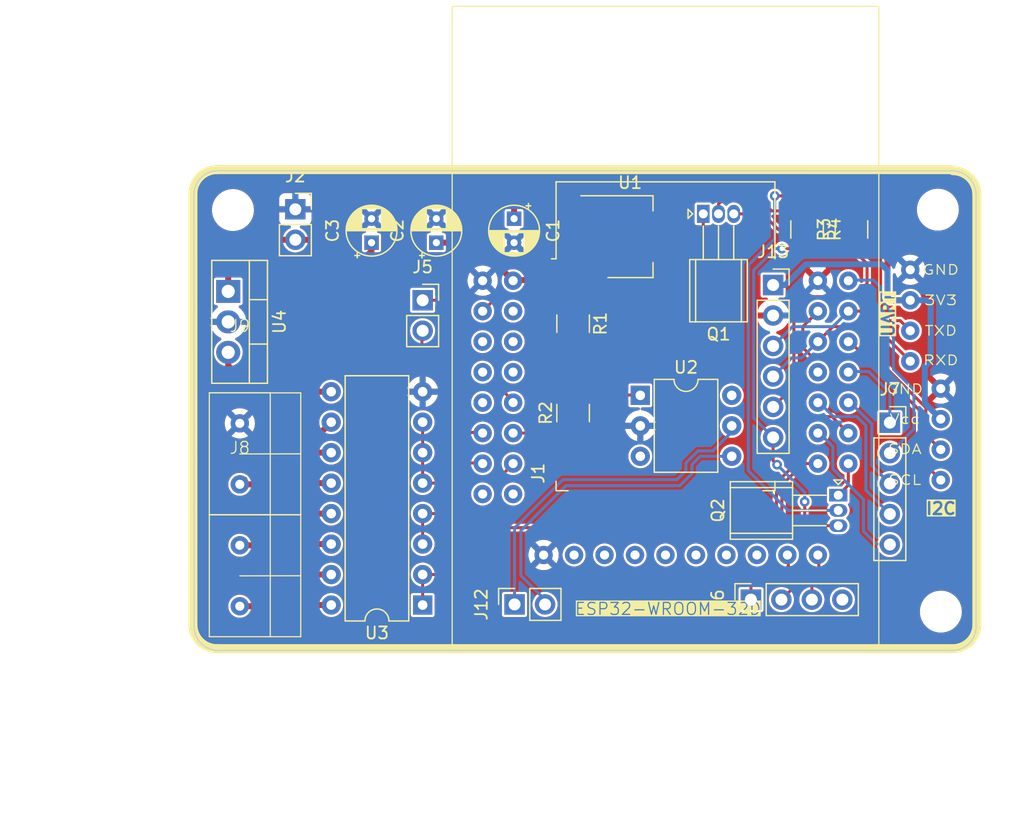
<source format=kicad_pcb>
(kicad_pcb (version 20240108) (generator "pcbnew") (generator_version "8.0")
  (layers (0 "F.Cu" signal) (31 "B.Cu" signal) (34 "B.Paste" user) (35 "F.Paste" user) (36 "B.SilkS" user "B.Silkscreen") (37 "F.SilkS" user "F.Silkscreen") (38 "B.Mask" user) (39 "F.Mask" user) (44 "Edge.Cuts" user))
  (net 0 "")
  (net 1 "GND")
  (net 2 "+3V3")
  (net 3 "+5V")
  (net 4 "/RXD")
  (net 5 "/TXD")
  (net 6 "/SDA")
  (net 7 "/OUT2")
  (net 8 "/OUT3")
  (net 9 "/SCL")
  (net 10 "/OUT1")
  (net 11 "/EN")
  (net 12 "/SOURCE2")
  (net 13 "/SOURCE1")
  (net 14 "/SOURCE3")
  (net 15 "/VDC")
  (net 16 "/DAC1")
  (net 17 "/DAC2")
  (net 18 "/GPIO35")
  (net 19 "/GPIO13")
  (net 20 "/GPIO19")
  (net 21 "/GPIO17")
  (net 22 "/GPIO5")
  (net 23 "/GPIO18")
  (net 24 "/GPIO36")
  (net 25 "/ADC2_CH3")
  (net 26 "/GPIO32")
  (net 27 "/GPIO34")
  (net 28 "/SD_DATA1")
  (net 29 "/SD_DATA2")
  (net 30 "/SD_CLK")
  (net 31 "/SD_CMD")
  (net 32 "/SD_DATA3")
  (net 33 "/ADC2_CH0")
  (net 34 "/GPIO23")
  (net 35 "/GPIO33")
  (net 36 "/SD_DATA0")
  (net 37 "/GPIO27")
  (net 38 "/ADC2_CH2")
  (net 39 "/BOOT")
  (net 42 "/V1-")
  (net 43 "Net-(R2-Pad2)")
  (net 44 "/V1+")
  (net 46 "/GPIO39")
  (net 47 "/DTR")
  (net 48 "/RTS")
  (net 49 "Net-(Q1-B)")
  (net 50 "Net-(Q2-B)")
  (footprint "Capacitor_THT:CP_Radial_D4.0mm_P2.00mm" (layer "F.Cu") (at 100.2 46 90)
    (property "Reference" "C2" (at 1 -3.25 270) (layer "F.SilkS"))
    (property "Value" "1uF")
    (pad "1" thru_hole rect (at 0 0 90) (size 1.2 1.2) (drill 0.6) (layers "*.Cu" "*.Mask") (net 2 "+3V3"))
    (pad "2" thru_hole circle (at 2 0 90) (size 1.2 1.2) (drill 0.6) (layers "*.Cu" "*.Mask") (net 1 "GND"))
  )
  (footprint "Package_TO_SOT_THT:TO-92_Inline_W4.0mm_Horizontal_FlatSideDown" (layer "F.Cu") (at 122.4475 43.6)
    (property "Reference" "Q1" (at 1.27 10.033 0) (layer "F.SilkS"))
    (property "Value" "NPN")
    (pad "1" thru_hole rect (at 0 0) (size 1.05 1.5) (drill 0.75) (layers "*.Cu" "*.Mask") (net 11 "/EN"))
    (pad "2" thru_hole oval (at 1.27 0) (size 1.05 1.5) (drill 0.75) (layers "*.Cu" "*.Mask") (net 49 "Net-(Q1-B)"))
    (pad "3" thru_hole oval (at 2.54 0) (size 1.05 1.5) (drill 0.75) (layers "*.Cu" "*.Mask") (net 48 "/RTS"))
  )
  (footprint "Package_TO_SOT_THT:TO-92_Inline_W4.0mm_Horizontal_FlatSideDown" (layer "F.Cu") (at 133.7 67.0475 -90)
    (property "Reference" "Q2" (at 1.27 10.033 90) (layer "F.SilkS"))
    (property "Value" "NPN")
    (pad "1" thru_hole rect (at 0 0 270) (size 1.05 1.5) (drill 0.75) (layers "*.Cu" "*.Mask") (net 39 "/BOOT"))
    (pad "2" thru_hole oval (at 1.27 0 270) (size 1.05 1.5) (drill 0.75) (layers "*.Cu" "*.Mask") (net 50 "Net-(Q2-B)"))
    (pad "3" thru_hole oval (at 2.54 0 270) (size 1.05 1.5) (drill 0.75) (layers "*.Cu" "*.Mask") (net 47 "/DTR"))
  )
  (footprint "Alexander Footprints Library:ESP32-WROOM-Adapter-Socket-2" (layer "F.Cu") (at 119.3 56.79)
    (property "Reference" "J1" (at -10.61 8.43 90) (layer "F.SilkS"))
    (property "Value" "~")
    (fp_text user "ESP32-WROOM-32D" (at -7.62 20.32 0) (layer "F.SilkS" knockout) (effects (font (thickness 0.1)) (justify left bottom)))
    (pad "" thru_hole circle (at -15.24 10.16) (size 1.524 1.524) (drill 0.762) (layers "*.Cu" "*.Mask"))
    (pad "" thru_hole circle (at -12.7 10.16) (size 1.524 1.524) (drill 0.762) (layers "*.Cu" "*.Mask"))
    (pad "1" thru_hole circle (at -15.24 -7.62) (size 1.524 1.524) (drill 0.762) (layers "*.Cu" "*.Mask") (net 1 "GND"))
    (pad "2" thru_hole circle (at -12.7 -7.62) (size 1.524 1.524) (drill 0.762) (layers "*.Cu" "*.Mask") (net 2 "+3V3"))
    (pad "3" thru_hole circle (at -15.24 -5.08) (size 1.524 1.524) (drill 0.762) (layers "*.Cu" "*.Mask") (net 11 "/EN"))
    (pad "4" thru_hole circle (at -12.7 -5.08) (size 1.524 1.524) (drill 0.762) (layers "*.Cu" "*.Mask") (net 24 "/GPIO36"))
    (pad "5" thru_hole circle (at -15.24 -2.54) (size 1.524 1.524) (drill 0.762) (layers "*.Cu" "*.Mask") (net 46 "/GPIO39"))
    (pad "6" thru_hole circle (at -12.7 -2.54) (size 1.524 1.524) (drill 0.762) (layers "*.Cu" "*.Mask") (net 27 "/GPIO34"))
    (pad "7" thru_hole circle (at -15.24 0) (size 1.524 1.524) (drill 0.762) (layers "*.Cu" "*.Mask") (net 18 "/GPIO35"))
    (pad "8" thru_hole circle (at -12.7 0) (size 1.524 1.524) (drill 0.762) (layers "*.Cu" "*.Mask") (net 26 "/GPIO32"))
    (pad "9" thru_hole circle (at -15.24 2.54) (size 1.524 1.524) (drill 0.762) (layers "*.Cu" "*.Mask") (net 35 "/GPIO33"))
    (pad "10" thru_hole circle (at -12.7 2.54) (size 1.524 1.524) (drill 0.762) (layers "*.Cu" "*.Mask") (net 16 "/DAC1"))
    (pad "11" thru_hole circle (at -15.24 5.08) (size 1.524 1.524) (drill 0.762) (layers "*.Cu" "*.Mask") (net 17 "/DAC2"))
    (pad "12" thru_hole circle (at -12.7 5.08) (size 1.524 1.524) (drill 0.762) (layers "*.Cu" "*.Mask") (net 37 "/GPIO27"))
    (pad "13" thru_hole circle (at -15.24 7.62) (size 1.524 1.524) (drill 0.762) (layers "*.Cu" "*.Mask") (net 8 "/OUT3"))
    (pad "14" thru_hole circle (at -12.7 7.62) (size 1.524 1.524) (drill 0.762) (layers "*.Cu" "*.Mask") (net 7 "/OUT2"))
    (pad "15" thru_hole circle (at -10.16 15.24 90) (size 1.524 1.524) (drill 0.762) (layers "*.Cu" "*.Mask") (net 1 "GND"))
    (pad "16" thru_hole circle (at -7.62 15.24 90) (size 1.524 1.524) (drill 0.762) (layers "*.Cu" "*.Mask") (net 19 "/GPIO13"))
    (pad "17" thru_hole circle (at -5.08 15.24 90) (size 1.524 1.524) (drill 0.762) (layers "*.Cu" "*.Mask") (net 29 "/SD_DATA2"))
    (pad "18" thru_hole circle (at -2.54 15.24 90) (size 1.524 1.524) (drill 0.762) (layers "*.Cu" "*.Mask") (net 32 "/SD_DATA3"))
    (pad "19" thru_hole circle (at 0 15.24 90) (size 1.524 1.524) (drill 0.762) (layers "*.Cu" "*.Mask") (net 31 "/SD_CMD"))
    (pad "20" thru_hole circle (at 2.54 15.24 90) (size 1.524 1.524) (drill 0.762) (layers "*.Cu" "*.Mask") (net 30 "/SD_CLK"))
    (pad "21" thru_hole circle (at 5.08 15.24 90) (size 1.524 1.524) (drill 0.762) (layers "*.Cu" "*.Mask") (net 36 "/SD_DATA0"))
    (pad "22" thru_hole circle (at 7.62 15.24 90) (size 1.524 1.524) (drill 0.762) (layers "*.Cu" "*.Mask") (net 28 "/SD_DATA1"))
    (pad "23" thru_hole circle (at 10.16 15.24 90) (size 1.524 1.524) (drill 0.762) (layers "*.Cu" "*.Mask") (net 25 "/ADC2_CH3"))
    (pad "24" thru_hole circle (at 12.7 15.24 90) (size 1.524 1.524) (drill 0.762) (layers "*.Cu" "*.Mask") (net 38 "/ADC2_CH2"))
    (pad "25" thru_hole circle (at 15.24 7.62) (size 1.524 1.524) (drill 0.762) (layers "*.Cu" "*.Mask") (net 39 "/BOOT"))
    (pad "26" thru_hole circle (at 12.7 7.62) (size 1.524 1.524) (drill 0.762) (layers "*.Cu" "*.Mask") (net 33 "/ADC2_CH0"))
    (pad "27" thru_hole circle (at 15.24 5.08) (size 1.524 1.524) (drill 0.762) (layers "*.Cu" "*.Mask") (net 10 "/OUT1"))
    (pad "28" thru_hole circle (at 12.7 5.08) (size 1.524 1.524) (drill 0.762) (layers "*.Cu" "*.Mask") (net 21 "/GPIO17"))
    (pad "29" thru_hole circle (at 15.24 2.54) (size 1.524 1.524) (drill 0.762) (layers "*.Cu" "*.Mask") (net 22 "/GPIO5"))
    (pad "30" thru_hole circle (at 12.7 2.54) (size 1.524 1.524) (drill 0.762) (layers "*.Cu" "*.Mask") (net 23 "/GPIO18"))
    (pad "31" thru_hole circle (at 15.24 0) (size 1.524 1.524) (drill 0.762) (layers "*.Cu" "*.Mask") (net 20 "/GPIO19"))
    (pad "32" thru_hole circle (at 12.7 0) (size 1.524 1.524) (drill 0.762) (layers "*.Cu" "*.Mask"))
    (pad "33" thru_hole circle (at 15.24 -2.54) (size 1.524 1.524) (drill 0.762) (layers "*.Cu" "*.Mask") (net 6 "/SDA"))
    (pad "34" thru_hole circle (at 12.7 -2.54) (size 1.524 1.524) (drill 0.762) (layers "*.Cu" "*.Mask") (net 4 "/RXD"))
    (pad "35" thru_hole circle (at 15.24 -5.08) (size 1.524 1.524) (drill 0.762) (layers "*.Cu" "*.Mask") (net 5 "/TXD"))
    (pad "36" thru_hole circle (at 12.7 -5.08) (size 1.524 1.524) (drill 0.762) (layers "*.Cu" "*.Mask") (net 9 "/SCL"))
    (pad "37" thru_hole circle (at 15.24 -7.62) (size 1.524 1.524) (drill 0.762) (layers "*.Cu" "*.Mask") (net 34 "/GPIO23"))
    (pad "38" thru_hole circle (at 12.7 -7.62) (size 1.524 1.524) (drill 0.762) (layers "*.Cu" "*.Mask") (net 1 "GND"))
  )
  (footprint "MountingHole:MountingHole_3mm" (layer "F.Cu") (at 142 43.25)
    (property "Reference" "H1" (hide yes))
    (property "Value" "MountingHole_Pad")
    (pad "" np_thru_hole circle (at 0 0) (size 3 3) (drill 3) (layers "*.Cu" "*.Mask"))
  )
  (footprint "MountingHole:MountingHole_3mm" (layer "F.Cu") (at 83.25 43.28)
    (property "Reference" "H2" (hide yes))
    (property "Value" "MountingHole_Pad")
    (pad "" np_thru_hole circle (at 0 0) (size 3 3) (drill 3) (layers "*.Cu" "*.Mask"))
  )
  (footprint "Package_DIP:DIP-16_W7.62mm" (layer "F.Cu") (at 99.06 76.2 180)
    (property "Reference" "U3" (at 3.81 -2.33 0) (layer "F.SilkS"))
    (property "Value" "ULN2003")
    (pad "1" thru_hole rect (at 0 0 180) (size 1.6 1.6) (drill 0.8) (layers "*.Cu" "*.Mask") (net 10 "/OUT1"))
    (pad "2" thru_hole oval (at 0 2.54 180) (size 1.6 1.6) (drill 0.8) (layers "*.Cu" "*.Mask") (net 10 "/OUT1"))
    (pad "3" thru_hole oval (at 0 5.08 180) (size 1.6 1.6) (drill 0.8) (layers "*.Cu" "*.Mask") (net 7 "/OUT2"))
    (pad "4" thru_hole oval (at 0 7.62 180) (size 1.6 1.6) (drill 0.8) (layers "*.Cu" "*.Mask") (net 7 "/OUT2"))
    (pad "5" thru_hole oval (at 0 10.16 180) (size 1.6 1.6) (drill 0.8) (layers "*.Cu" "*.Mask") (net 8 "/OUT3"))
    (pad "6" thru_hole oval (at 0 12.7 180) (size 1.6 1.6) (drill 0.8) (layers "*.Cu" "*.Mask") (net 8 "/OUT3"))
    (pad "7" thru_hole oval (at 0 15.24 180) (size 1.6 1.6) (drill 0.8) (layers "*.Cu" "*.Mask") (net 8 "/OUT3"))
    (pad "8" thru_hole oval (at 0 17.78 180) (size 1.6 1.6) (drill 0.8) (layers "*.Cu" "*.Mask") (net 1 "GND"))
    (pad "9" thru_hole oval (at 7.62 17.78 180) (size 1.6 1.6) (drill 0.8) (layers "*.Cu" "*.Mask") (net 3 "+5V"))
    (pad "10" thru_hole oval (at 7.62 15.24 180) (size 1.6 1.6) (drill 0.8) (layers "*.Cu" "*.Mask") (net 14 "/SOURCE3"))
    (pad "11" thru_hole oval (at 7.62 12.7 180) (size 1.6 1.6) (drill 0.8) (layers "*.Cu" "*.Mask") (net 14 "/SOURCE3"))
    (pad "12" thru_hole oval (at 7.62 10.16 180) (size 1.6 1.6) (drill 0.8) (layers "*.Cu" "*.Mask") (net 14 "/SOURCE3"))
    (pad "13" thru_hole oval (at 7.62 7.62 180) (size 1.6 1.6) (drill 0.8) (layers "*.Cu" "*.Mask") (net 12 "/SOURCE2"))
    (pad "14" thru_hole oval (at 7.62 5.08 180) (size 1.6 1.6) (drill 0.8) (layers "*.Cu" "*.Mask") (net 12 "/SOURCE2"))
    (pad "15" thru_hole oval (at 7.62 2.54 180) (size 1.6 1.6) (drill 0.8) (layers "*.Cu" "*.Mask") (net 13 "/SOURCE1"))
    (pad "16" thru_hole oval (at 7.62 0 180) (size 1.6 1.6) (drill 0.8) (layers "*.Cu" "*.Mask") (net 13 "/SOURCE1"))
  )
  (footprint "Package_DIP:DIP-6_W7.62mm" (layer "F.Cu") (at 117.2 58.725)
    (property "Reference" "U2" (at 3.81 -2.33 0) (layer "F.SilkS"))
    (property "Value" "4N35")
    (pad "1" thru_hole rect (at 0 0) (size 1.6 1.6) (drill 0.8) (layers "*.Cu" "*.Mask") (net 43 "Net-(R2-Pad2)"))
    (pad "2" thru_hole oval (at 0 2.54) (size 1.6 1.6) (drill 0.8) (layers "*.Cu" "*.Mask") (net 1 "GND"))
    (pad "3" thru_hole oval (at 0 5.08) (size 1.6 1.6) (drill 0.8) (layers "*.Cu" "*.Mask"))
    (pad "4" thru_hole oval (at 7.62 5.08) (size 1.6 1.6) (drill 0.8) (layers "*.Cu" "*.Mask") (net 42 "/V1-"))
    (pad "5" thru_hole oval (at 7.62 2.54) (size 1.6 1.6) (drill 0.8) (layers "*.Cu" "*.Mask") (net 44 "/V1+"))
    (pad "6" thru_hole oval (at 7.62 0) (size 1.6 1.6) (drill 0.8) (layers "*.Cu" "*.Mask"))
  )
  (footprint "Alexander Footprints Library:Conn_Terminal_5mm" (layer "F.Cu") (at 83.82 53.44)
    (property "Reference" "J9" (at 0 -0.5 0) (layer "F.SilkS") (effects (font (thickness 0.1))))
    (property "Value" "Conn_01x02_Socket")
    (pad "1" thru_hole circle (at 0 7.62) (size 1.524 1.524) (drill 0.762) (layers "*.Cu" "*.Mask") (net 1 "GND"))
    (pad "2" thru_hole circle (at 0 12.7) (size 1.524 1.524) (drill 0.762) (layers "*.Cu" "*.Mask") (net 14 "/SOURCE3"))
  )
  (footprint "Resistor_SMD:R_1210_3225Metric_Pad1.30x2.65mm_HandSolder" (layer "F.Cu") (at 134.8 44.9 90)
    (property "Reference" "R3" (at 0 -2.28 270) (layer "F.SilkS"))
    (property "Value" "10K")
    (pad "1" smd roundrect (at -1.55 0 90) (size 1.3 2.65) (layers "F.Cu" "F.Paste" "F.Mask") (roundrect_rratio 0.192308) (net 48 "/RTS"))
    (pad "2" smd roundrect (at 1.55 0 90) (size 1.3 2.65) (layers "F.Cu" "F.Paste" "F.Mask") (roundrect_rratio 0.192308) (net 50 "Net-(Q2-B)"))
  )
  (footprint "Resistor_SMD:R_1210_3225Metric_Pad1.30x2.65mm_HandSolder" (layer "F.Cu") (at 111.6 52.75 -90)
    (property "Reference" "R1" (at 0 -2.28 -90) (layer "F.SilkS"))
    (property "Value" "10K")
    (pad "1" smd roundrect (at -1.55 0 270) (size 1.3 2.65) (layers "F.Cu" "F.Paste" "F.Mask") (roundrect_rratio 0.192308) (net 2 "+3V3"))
    (pad "2" smd roundrect (at 1.55 0 270) (size 1.3 2.65) (layers "F.Cu" "F.Paste" "F.Mask") (roundrect_rratio 0.192308) (net 11 "/EN"))
  )
  (footprint "Connector_PinSocket_2.54mm:PinSocket_1x05_P2.54mm_Vertical" (layer "F.Cu") (at 138 61)
    (property "Reference" "J7" (at 0 -2.77 0) (layer "F.SilkS"))
    (property "Value" "GPIO")
    (pad "1" thru_hole rect (at 0 0) (size 1.7 1.7) (drill 1) (layers "*.Cu" "*.Mask") (net 20 "/GPIO19"))
    (pad "2" thru_hole oval (at 0 2.54) (size 1.7 1.7) (drill 1) (layers "*.Cu" "*.Mask") (net 34 "/GPIO23"))
    (pad "3" thru_hole oval (at 0 5.08) (size 1.7 1.7) (drill 1) (layers "*.Cu" "*.Mask") (net 22 "/GPIO5"))
    (pad "4" thru_hole oval (at 0 7.62) (size 1.7 1.7) (drill 1) (layers "*.Cu" "*.Mask") (net 23 "/GPIO18"))
    (pad "5" thru_hole oval (at 0 10.16) (size 1.7 1.7) (drill 1) (layers "*.Cu" "*.Mask") (net 21 "/GPIO17"))
  )
  (footprint "Resistor_SMD:R_1210_3225Metric_Pad1.30x2.65mm_HandSolder" (layer "F.Cu") (at 131.1 44.9 -90)
    (property "Reference" "R4" (at 0 -2.28 90) (layer "F.SilkS"))
    (property "Value" "10K")
    (pad "1" smd roundrect (at -1.55 0 270) (size 1.3 2.65) (layers "F.Cu" "F.Paste" "F.Mask") (roundrect_rratio 0.192308) (net 49 "Net-(Q1-B)"))
    (pad "2" smd roundrect (at 1.55 0 270) (size 1.3 2.65) (layers "F.Cu" "F.Paste" "F.Mask") (roundrect_rratio 0.192308) (net 47 "/DTR"))
  )
  (footprint "Connector_PinSocket_2.54mm:PinSocket_1x02_P2.54mm_Vertical" (layer "F.Cu") (at 88.45 43.22)
    (property "Reference" "J2" (at 0 -2.77 360) (layer "F.SilkS"))
    (property "Value" "PWD")
    (pad "1" thru_hole rect (at 0 0) (size 1.7 1.7) (drill 1) (layers "*.Cu" "*.Mask") (net 1 "GND"))
    (pad "2" thru_hole oval (at 0 2.54) (size 1.7 1.7) (drill 1) (layers "*.Cu" "*.Mask") (net 15 "/VDC"))
  )
  (footprint "Connector_PinSocket_2.54mm:PinSocket_1x02_P2.54mm_Vertical" (layer "F.Cu") (at 106.72 76.15 90)
    (property "Reference" "J12" (at 0 -2.77 -90) (layer "F.SilkS"))
    (property "Value" "Conn_01x02_Socket")
    (pad "1" thru_hole rect (at 0 0 90) (size 1.7 1.7) (drill 1) (layers "*.Cu" "*.Mask") (net 44 "/V1+"))
    (pad "2" thru_hole oval (at 0 2.54 90) (size 1.7 1.7) (drill 1) (layers "*.Cu" "*.Mask") (net 42 "/V1-"))
  )
  (footprint "Connector_PinSocket_2.54mm:PinSocket_1x04_P2.54mm_Vertical" (layer "F.Cu") (at 126.42 75.75 90)
    (property "Reference" "J6" (at 0 -2.77 90) (layer "F.SilkS"))
    (property "Value" "ADC")
    (pad "1" thru_hole rect (at 0 0 90) (size 1.7 1.7) (drill 1) (layers "*.Cu" "*.Mask") (net 25 "/ADC2_CH3"))
    (pad "2" thru_hole oval (at 0 2.54 90) (size 1.7 1.7) (drill 1) (layers "*.Cu" "*.Mask") (net 33 "/ADC2_CH0"))
    (pad "3" thru_hole oval (at 0 5.08 90) (size 1.7 1.7) (drill 1) (layers "*.Cu" "*.Mask") (net 38 "/ADC2_CH2"))
    (pad "4" thru_hole oval (at 0 7.62 90) (size 1.7 1.7) (drill 1) (layers "*.Cu" "*.Mask"))
  )
  (footprint "Capacitor_THT:CP_Radial_D4.0mm_P2.00mm" (layer "F.Cu") (at 94.8 46 90)
    (property "Reference" "C3" (at 1 -3.25 270) (layer "F.SilkS"))
    (property "Value" "1uF")
    (pad "1" thru_hole rect (at 0 0 90) (size 1.2 1.2) (drill 0.6) (layers "*.Cu" "*.Mask") (net 3 "+5V"))
    (pad "2" thru_hole circle (at 2 0 90) (size 1.2 1.2) (drill 0.6) (layers "*.Cu" "*.Mask") (net 1 "GND"))
  )
  (footprint "Connector_PinSocket_2.54mm:PinSocket_1x02_P2.54mm_Vertical" (layer "F.Cu") (at 99.06 50.8)
    (property "Reference" "J5" (at 0 -2.77 0) (layer "F.SilkS"))
    (property "Value" "DAC_Socket")
    (pad "1" thru_hole rect (at 0 0) (size 1.7 1.7) (drill 1) (layers "*.Cu" "*.Mask") (net 16 "/DAC1"))
    (pad "2" thru_hole oval (at 0 2.54) (size 1.7 1.7) (drill 1) (layers "*.Cu" "*.Mask") (net 17 "/DAC2"))
  )
  (footprint "Alexander Footprints Library:Conn_UART" (layer "F.Cu") (at 139.7 40.64)
    (property "Reference" "J3" (hide yes))
    (property "Value" "UART")
    (fp_text user "3V3" (at 2.54 10.16 0) (layer "F.SilkS") (effects (font (size 0.8 1) (thickness 0.1))))
    (fp_text user "GND" (at 2.54 7.62 0) (layer "F.SilkS") (effects (font (size 0.8 1) (thickness 0.1))))
    (fp_text user "RXD" (at 2.54 15.16 0) (layer "F.SilkS") (effects (font (size 0.8 1) (thickness 0.1))))
    (fp_text user "TXD" (at 2.54 12.7 0) (layer "F.SilkS") (effects (font (size 0.8 1) (thickness 0.1))))
    (fp_text user "UART" (at -1.25 11.36 90) (layer "F.SilkS" knockout) (effects (font (thickness 0.2) (bold yes)) (justify bottom)))
    (pad "3V3" thru_hole circle (at 0 10.16) (size 1.524 1.524) (drill 0.762) (layers "*.Cu" "*.Mask") (net 2 "+3V3"))
    (pad "GND" thru_hole circle (at 0 7.62) (size 1.524 1.524) (drill 0.762) (layers "*.Cu" "*.Mask") (net 1 "GND"))
    (pad "RXD" thru_hole circle (at 0 15.24) (size 1.524 1.524) (drill 0.762) (layers "*.Cu" "*.Mask") (net 4 "/RXD"))
    (pad "TXD" thru_hole circle (at 0 12.7) (size 1.524 1.524) (drill 0.762) (layers "*.Cu" "*.Mask") (net 5 "/TXD"))
  )
  (footprint "Resistor_SMD:R_1210_3225Metric_Pad1.30x2.65mm_HandSolder" (layer "F.Cu") (at 111.6 60.2 90)
    (property "Reference" "R2" (at 0 -2.28 90) (layer "F.SilkS"))
    (property "Value" "1K")
    (pad "1" smd roundrect (at -1.55 0 90) (size 1.3 2.65) (layers "F.Cu" "F.Paste" "F.Mask") (roundrect_rratio 0.192308) (net 37 "/GPIO27"))
    (pad "2" smd roundrect (at 1.55 0 90) (size 1.3 2.65) (layers "F.Cu" "F.Paste" "F.Mask") (roundrect_rratio 0.192308) (net 43 "Net-(R2-Pad2)"))
  )
  (footprint "Capacitor_THT:CP_Radial_D4.0mm_P2.00mm" (layer "F.Cu") (at 106.68 44 -90)
    (property "Reference" "C1" (at 1 -3.25 90) (layer "F.SilkS"))
    (property "Value" "1uF")
    (pad "1" thru_hole rect (at 0 0 270) (size 1.2 1.2) (drill 0.6) (layers "*.Cu" "*.Mask") (net 15 "/VDC"))
    (pad "2" thru_hole circle (at 2 0 270) (size 1.2 1.2) (drill 0.6) (layers "*.Cu" "*.Mask") (net 1 "GND"))
  )
  (footprint "Package_TO_SOT_SMD:SOT-223-3_TabPin2" (layer "F.Cu") (at 116.35 45.5)
    (property "Reference" "U1" (at 0 -4.5 0) (layer "F.SilkS"))
    (property "Value" "MAX1726EUK33")
    (pad "1" smd rect (at -3.15 -2.3) (size 2 1.5) (layers "F.Cu" "F.Paste" "F.Mask") (net 15 "/VDC"))
    (pad "2" smd rect (at -3.15 0) (size 2 1.5) (layers "F.Cu" "F.Paste" "F.Mask") (net 1 "GND"))
    (pad "2" smd rect (at 3.15 0) (size 2 3.8) (layers "F.Cu" "F.Paste" "F.Mask") (net 1 "GND"))
    (pad "3" smd rect (at -3.15 2.3) (size 2 1.5) (layers "F.Cu" "F.Paste" "F.Mask") (net 2 "+3V3"))
  )
  (footprint "Alexander Footprints Library:LD1117" (layer "F.Cu") (at 82.855 50.06 -90)
    (property "Reference" "U4" (at 2.54 -4.27 90) (layer "F.SilkS"))
    (property "Value" "L7805")
    (pad "1" thru_hole rect (at 0 0 270) (size 1.905 2) (drill 1.1) (layers "*.Cu" "*.Mask") (net 15 "/VDC"))
    (pad "2" thru_hole oval (at 2.54 0 270) (size 1.905 2) (drill 1.1) (layers "*.Cu" "*.Mask") (net 1 "GND"))
    (pad "3" thru_hole oval (at 5.08 0 270) (size 1.905 2) (drill 1.1) (layers "*.Cu" "*.Mask") (net 3 "+5V"))
  )
  (footprint "Alexander Footprints Library:Conn_I2C" (layer "F.Cu") (at 142.24 50.544)
    (property "Reference" "J4" (hide yes))
    (property "Value" "I2C")
    (fp_text user "I2C" (at 0.01 18.206 0) (layer "F.SilkS" knockout) (effects (font (thickness 0.2) (bold yes)) (justify bottom)))
    (fp_text user "SCL" (at -2.99 15.24 0) (layer "F.SilkS") (effects (font (size 0.8 1) (thickness 0.1))))
    (fp_text user "SDA" (at -2.99 12.666 0) (layer "F.SilkS") (effects (font (size 0.8 1) (thickness 0.1))))
    (fp_text user "GND" (at -2.99 7.666 0) (layer "F.SilkS") (effects (font (size 0.8 1) (thickness 0.1))))
    (fp_text user "Vcc" (at -2.99 10.16 0) (layer "F.SilkS") (effects (font (size 0.8 1) (thickness 0.1))))
    (pad "GND" thru_hole circle (at 0 7.62) (size 1.524 1.524) (drill 0.762) (layers "*.Cu" "*.Mask") (net 1 "GND"))
    (pad "SCL" thru_hole circle (at 0 15.24) (size 1.524 1.524) (drill 0.762) (layers "*.Cu" "*.Mask") (net 9 "/SCL"))
    (pad "SDA" thru_hole circle (at 0 12.7) (size 1.524 1.524) (drill 0.762) (layers "*.Cu" "*.Mask") (net 6 "/SDA"))
    (pad "Vcc" thru_hole circle (at 0 10.16) (size 1.524 1.524) (drill 0.762) (layers "*.Cu" "*.Mask") (net 2 "+3V3"))
  )
  (footprint "MountingHole:MountingHole_3mm" (layer "F.Cu") (at 142.25 76.75)
    (property "Reference" "H4" (hide yes))
    (property "Value" "MountingHole_Pad")
    (pad "" np_thru_hole circle (at 0 0) (size 3 3) (drill 3) (layers "*.Cu" "*.Mask"))
  )
  (footprint "Connector_PinSocket_2.54mm:PinSocket_1x06_P2.54mm_Vertical" (layer "F.Cu") (at 128.27 49.53)
    (property "Reference" "J13" (at 0 -2.77 360) (layer "F.SilkS"))
    (property "Value" "Conn_01x06_Socket")
    (pad "1" thru_hole rect (at 0 0) (size 1.7 1.7) (drill 1) (layers "*.Cu" "*.Mask") (net 2 "+3V3"))
    (pad "2" thru_hole oval (at 0 2.54) (size 1.7 1.7) (drill 1) (layers "*.Cu" "*.Mask") (net 1 "GND"))
    (pad "3" thru_hole oval (at 0 5.08) (size 1.7 1.7) (drill 1) (layers "*.Cu" "*.Mask") (net 5 "/TXD"))
    (pad "4" thru_hole oval (at 0 7.62) (size 1.7 1.7) (drill 1) (layers "*.Cu" "*.Mask") (net 4 "/RXD"))
    (pad "5" thru_hole oval (at 0 10.16) (size 1.7 1.7) (drill 1) (layers "*.Cu" "*.Mask") (net 48 "/RTS"))
    (pad "6" thru_hole oval (at 0 12.7) (size 1.7 1.7) (drill 1) (layers "*.Cu" "*.Mask") (net 47 "/DTR"))
  )
  (footprint "Alexander Footprints Library:Conn_Terminal_5mm" (layer "F.Cu") (at 83.82 63.6)
    (property "Reference" "J8" (at 0 -0.5 0) (layer "F.SilkS") (effects (font (thickness 0.1))))
    (property "Value" "Conn_01x02_Socket")
    (pad "1" thru_hole circle (at 0 7.62) (size 1.524 1.524) (drill 0.762) (layers "*.Cu" "*.Mask") (net 12 "/SOURCE2"))
    (pad "2" thru_hole circle (at 0 12.7) (size 1.524 1.524) (drill 0.762) (layers "*.Cu" "*.Mask") (net 13 "/SOURCE1"))
  )
  (gr_line (start 145.25 41.86421) (end 145.25 77.835782) (stroke (width 0.75)) (layer "F.SilkS"))
  (gr_line (start 81.914218 39.914218) (end 143.08579 39.914218) (stroke (width 0.75)) (layer "F.SilkS"))
  (gr_arc (start 145.25 77.835782) (mid 144.664218 79.25) (end 143.25 79.835782) (stroke (width 0.75)) (layer "F.SilkS"))
  (gr_line (start 79.914218 41.86421) (end 79.914218 77.835782) (stroke (width 0.75)) (layer "F.SilkS"))
  (gr_arc (start 81.914218 79.835782) (mid 80.5 79.25) (end 79.914218 77.835782) (stroke (width 0.75)) (layer "F.SilkS"))
  (gr_arc (start 143.25 40) (mid 144.664218 40.585782) (end 145.25 42) (stroke (width 0.75)) (layer "F.SilkS"))
  (gr_arc (start 79.914218 41.914218) (mid 80.5 40.5) (end 81.914218 39.914218) (stroke (width 0.75)) (layer "F.SilkS"))
  (gr_line (start 81.914214 79.835782) (end 143.085786 79.835782) (stroke (width 0.75)) (layer "F.SilkS"))
  (gr_line (start 80 42) (end 80.014214 77.985786) (stroke (width 0.1)) (layer "Edge.Cuts"))
  (gr_arc (start 143.185786 40.014214) (mid 144.6 40.6) (end 145.185786 42.014214) (stroke (width 0.1)) (layer "Edge.Cuts"))
  (gr_arc (start 82.014214 79.985786) (mid 80.6 79.4) (end 80.014214 77.985786) (stroke (width 0.1)) (layer "Edge.Cuts"))
  (gr_line (start 145.185786 42.014214) (end 145.185786 77.985786) (stroke (width 0.1)) (layer "Edge.Cuts"))
  (gr_arc (start 80 42) (mid 80.585786 40.585786) (end 82 40) (stroke (width 0.1)) (layer "Edge.Cuts"))
  (gr_line (start 82.014214 79.985786) (end 143.185786 79.985786) (stroke (width 0.1)) (layer "Edge.Cuts"))
  (gr_arc (start 145.185786 77.985786) (mid 144.6 79.4) (end 143.185786 79.985786) (stroke (width 0.1)) (layer "Edge.Cuts"))
  (gr_line (start 143.185786 40.014214) (end 82 40) (stroke (width 0.1)) (layer "Edge.Cuts"))
  (segment (start 115.45 47.8) (end 113.2 47.8) (width 0.5) (layer "F.Cu") (net 2))
  (segment (start 111.6 50.2) (end 113.25 48.55) (width 0.5) (layer "F.Cu") (net 2))
  (segment (start 113.25 48.55) (end 113.25 47.85) (width 0.5) (layer "F.Cu") (net 2))
  (segment (start 138.05 50.8) (end 137.8 50.55) (width 0.5) (layer "F.Cu") (net 2))
  (segment (start 137.8 50.55) (end 137.8 43) (width 0.5) (layer "F.Cu") (net 2))
  (segment (start 117 41.25) (end 116.25 42) (width 0.5) (layer "F.Cu") (net 2))
  (segment (start 110.3 47.8) (end 113.2 47.8) (width 0.5) (layer "F.Cu") (net 2))
  (segment (start 116.25 47) (end 115.45 47.8) (width 0.5) (layer "F.Cu") (net 2))
  (segment (start 116.25 42) (end 116.25 47) (width 0.5) (layer "F.Cu") (net 2))
  (segment (start 137.8 43) (end 136.05 41.25) (width 0.5) (layer "F.Cu") (net 2))
  (segment (start 108.98 49.12) (end 110.3 47.8) (width 0.5) (layer "F.Cu") (net 2))
  (segment (start 139.7 50.8) (end 138.05 50.8) (width 0.5) (layer "F.Cu") (net 2))
  (segment (start 113.25 47.85) (end 113.2 47.8) (width 0.5) (layer "F.Cu") (net 2))
  (segment (start 111.6 51.2) (end 111.6 50.2) (width 0.5) (layer "F.Cu") (net 2))
  (segment (start 103.43 46) (end 100.2 46) (width 0.5) (layer "F.Cu") (net 2))
  (segment (start 106.68 49.12) (end 108.98 49.12) (width 0.5) (layer "F.Cu") (net 2))
  (segment (start 106.6 49.17) (end 103.43 46) (width 0.5) (layer "F.Cu") (net 2))
  (segment (start 136.05 41.25) (end 117 41.25) (width 0.5) (layer "F.Cu") (net 2))
  (segment (start 141.05 50.8) (end 141.4 51.15) (width 0.5) (layer "B.Cu") (net 2))
  (segment (start 131 47.8) (end 137.3 47.8) (width 0.5) (layer "B.Cu") (net 2))
  (segment (start 141.4 55.85) (end 140.912 56.338) (width 0.5) (layer "B.Cu") (net 2))
  (segment (start 128.27 49.53) (end 129.27 49.53) (width 0.5) (layer "B.Cu") (net 2))
  (segment (start 140.912 59.376) (end 142.24 60.704) (width 0.5) (layer "B.Cu") (net 2))
  (segment (start 137.8 50.6) (end 138 50.8) (width 0.5) (layer "B.Cu") (net 2))
  (segment (start 138 50.8) (end 139.7 50.8) (width 0.5) (layer "B.Cu") (net 2))
  (segment (start 141.4 51.15) (end 141.4 55.85) (width 0.5) (layer "B.Cu") (net 2))
  (segment (start 139.7 50.8) (end 141.05 50.8) (width 0.5) (layer "B.Cu") (net 2))
  (segment (start 137.3 47.8) (end 137.8 48.3) (width 0.5) (layer "B.Cu") (net 2))
  (segment (start 137.8 48.3) (end 137.8 50.6) (width 0.5) (layer "B.Cu") (net 2))
  (segment (start 129.27 49.53) (end 131 47.8) (width 0.5) (layer "B.Cu") (net 2))
  (segment (start 140.912 56.338) (end 140.912 59.376) (width 0.5) (layer "B.Cu") (net 2))
  (segment (start 85 55.9) (end 85 49) (width 0.5) (layer "F.Cu") (net 3))
  (segment (start 86.5 47.5) (end 94 47.5) (width 0.5) (layer "F.Cu") (net 3))
  (segment (start 91.44 58.42) (end 90.22 58.42) (width 0.5) (layer "F.Cu") (net 3))
  (segment (start 85 49) (end 86.5 47.5) (width 0.5) (layer "F.Cu") (net 3))
  (segment (start 94.8 46.7) (end 94.8 46) (width 0.5) (layer "F.Cu") (net 3))
  (segment (start 94 47.5) (end 94.8 46.7) (width 0.5) (layer "F.Cu") (net 3))
  (segment (start 90.22 58.42) (end 88.8 57) (width 0.5) (layer "F.Cu") (net 3))
  (segment (start 83.6 57) (end 88.8 57) (width 0.5) (layer "F.Cu") (net 3))
  (segment (start 82.855 55.14) (end 82.855 56.255) (width 0.5) (layer "F.Cu") (net 3))
  (segment (start 83.9 57) (end 85 55.9) (width 0.5) (layer "F.Cu") (net 3))
  (segment (start 82.855 56.255) (end 83.6 57) (width 0.5) (layer "F.Cu") (net 3))
  (segment (start 133.25 53) (end 136.82 53) (width 0.25) (layer "F.Cu") (net 4))
  (segment (start 132 54.25) (end 133.25 53) (width 0.25) (layer "F.Cu") (net 4))
  (segment (start 136.82 53) (end 139.7 55.88) (width 0.25) (layer "F.Cu") (net 4))
  (segment (start 130.65 55.6) (end 132 54.25) (width 0.25) (layer "B.Cu") (net 4))
  (segment (start 129.82 55.6) (end 130.65 55.6) (width 0.25) (layer "B.Cu") (net 4))
  (segment (start 128.27 57.15) (end 129.82 55.6) (width 0.25) (layer "B.Cu") (net 4))
  (segment (start 138.86 52.5) (end 137.5 52.5) (width 0.25) (layer "F.Cu") (net 5))
  (segment (start 136.71 51.71) (end 137.25 52.25) (width 0.25) (layer "F.Cu") (net 5))
  (segment (start 137.5 52.5) (end 137.25 52.25) (width 0.25) (layer "F.Cu") (net 5))
  (segment (start 139.7 53.34) (end 138.86 52.5) (width 0.25) (layer "F.Cu") (net 5))
  (segment (start 134.74 51.54) (end 134.62 51.66) (width 0.25) (layer "F.Cu") (net 5))
  (segment (start 134.54 51.71) (end 136.71 51.71) (width 0.25) (layer "F.Cu") (net 5))
  (segment (start 129.88 53) (end 133.25 53) (width 0.25) (layer "B.Cu") (net 5))
  (segment (start 133.25 53) (end 134.54 51.71) (width 0.25) (layer "B.Cu") (net 5))
  (segment (start 128.27 54.61) (end 129.88 53) (width 0.25) (layer "B.Cu") (net 5))
  (segment (start 135.381999 54.961999) (end 134.62 54.2) (width 0.25) (layer "F.Cu") (net 6))
  (segment (start 136.211999 54.961999) (end 135.381999 54.961999) (width 0.25) (layer "F.Cu") (net 6))
  (segment (start 141 59.75) (end 136.211999 54.961999) (width 0.25) (layer "F.Cu") (net 6))
  (segment (start 142.24 63.244) (end 141 62.004) (width 0.25) (layer "F.Cu") (net 6))
  (segment (start 141 62.004) (end 141 59.75) (width 0.25) (layer "F.Cu") (net 6))
  (segment (start 102 68) (end 102 66.25) (width 0.25) (layer "F.Cu") (net 7))
  (segment (start 102 66.25) (end 102.71 65.54) (width 0.25) (layer "F.Cu") (net 7))
  (segment (start 99.06 71.12) (end 99.06 68.58) (width 0.25) (layer "F.Cu") (net 7))
  (segment (start 101.42 68.58) (end 102 68) (width 0.25) (layer "F.Cu") (net 7))
  (segment (start 99.06 68.58) (end 101.42 68.58) (width 0.25) (layer "F.Cu") (net 7))
  (segment (start 102.71 65.54) (end 105.5 65.54) (width 0.25) (layer "F.Cu") (net 7))
  (segment (start 105.5 65.54) (end 106.68 64.36) (width 0.25) (layer "F.Cu") (net 7))
  (segment (start 99.06 63.5) (end 99.06 60.96) (width 0.25) (layer "F.Cu") (net 8))
  (segment (start 99.06 66.04) (end 99.06 63.5) (width 0.25) (layer "F.Cu") (net 8))
  (segment (start 102.39 64.36) (end 104.14 64.36) (width 0.25) (layer "F.Cu") (net 8))
  (segment (start 100.71 66.04) (end 102.39 64.36) (width 0.25) (layer "F.Cu") (net 8))
  (segment (start 99.06 66.04) (end 100.71 66.04) (width 0.25) (layer "F.Cu") (net 8))
  (segment (start 142.24 65.784) (end 140.5 64.044) (width 0.25) (layer "F.Cu") (net 9))
  (segment (start 140.5 60) (end 136 55.5) (width 0.25) (layer "F.Cu") (net 9))
  (segment (start 131.5 55.5) (end 130.745 54.745) (width 0.25) (layer "F.Cu") (net 9))
  (segment (start 140.5 64.044) (end 140.5 60) (width 0.25) (layer "F.Cu") (net 9))
  (segment (start 136 55.5) (end 131.5 55.5) (width 0.25) (layer "F.Cu") (net 9))
  (segment (start 130.745 52.995) (end 132.08 51.66) (width 0.25) (layer "F.Cu") (net 9))
  (segment (start 130.745 54.745) (end 130.745 52.995) (width 0.25) (layer "F.Cu") (net 9))
  (segment (start 128.25 69.75) (end 104.75 69.75) (width 0.25) (layer "F.Cu") (net 10))
  (segment (start 134.54 61.87) (end 133.17 60.5) (width 0.25) (layer "F.Cu") (net 10))
  (segment (start 128.55 66.013604) (end 128.55 69.45) (width 0.25) (layer "F.Cu") (net 10))
  (segment (start 99.06 76.2) (end 99.06 73.66) (width 0.25) (layer "F.Cu") (net 10))
  (segment (start 100.84 73.66) (end 99.06 73.66) (width 0.25) (layer "F.Cu") (net 10))
  (segment (start 104.75 69.75) (end 100.84 73.66) (width 0.25) (layer "F.Cu") (net 10))
  (segment (start 133.17 60.5) (end 131.5 60.5) (width 0.25) (layer "F.Cu") (net 10))
  (segment (start 131.5 60.5) (end 130.25 61.75) (width 0.25) (layer "F.Cu") (net 10))
  (segment (start 130.25 61.75) (end 130.25 64.313604) (width 0.25) (layer "F.Cu") (net 10))
  (segment (start 128.55 69.45) (end 128.25 69.75) (width 0.25) (layer "F.Cu") (net 10))
  (segment (start 130.25 64.313604) (end 128.55 66.013604) (width 0.25) (layer "F.Cu") (net 10))
  (segment (start 109.8 54.3) (end 111.6 54.3) (width 0.25) (layer "F.Cu") (net 11))
  (segment (start 105.27 50.5) (end 108.4 50.5) (width 0.25) (layer "F.Cu") (net 11))
  (segment (start 109.1 51.2) (end 109.1 53.6) (width 0.25) (layer "F.Cu") (net 11))
  (segment (start 120.9 49.7) (end 115.5 49.7) (width 0.25) (layer "F.Cu") (net 11))
  (segment (start 122.4475 48.1525) (end 120.9 49.7) (width 0.25) (layer "F.Cu") (net 11))
  (segment (start 114.8 53.7) (end 114.2 54.3) (width 0.25) (layer "F.Cu") (net 11))
  (segment (start 114.2 54.3) (end 111.6 54.3) (width 0.25) (layer "F.Cu") (net 11))
  (segment (start 122.4475 43.825) (end 122.4475 48.1525) (width 0.25) (layer "F.Cu") (net 11))
  (segment (start 114.8 50.4) (end 114.8 53.7) (width 0.25) (layer "F.Cu") (net 11))
  (segment (start 104.06 51.71) (end 105.27 50.5) (width 0.25) (layer "F.Cu") (net 11))
  (segment (start 115.5 49.7) (end 114.8 50.4) (width 0.25) (layer "F.Cu") (net 11))
  (segment (start 109.1 53.6) (end 109.8 54.3) (width 0.25) (layer "F.Cu") (net 11))
  (segment (start 108.4 50.5) (end 109.1 51.2) (width 0.25) (layer "F.Cu") (net 11))
  (segment (start 83.82 71.22) (end 87.03 71.22) (width 0.5) (layer "F.Cu") (net 12))
  (segment (start 88.62 71.12) (end 91.44 71.12) (width 0.5) (layer "F.Cu") (net 12))
  (segment (start 89.67 68.58) (end 91.44 68.58) (width 0.5) (layer "F.Cu") (net 12))
  (segment (start 88.11 70.61) (end 88.62 71.12) (width 0.5) (layer "F.Cu") (net 12))
  (segment (start 87.03 71.22) (end 89.67 68.58) (width 0.5) (layer "F.Cu") (net 12))
  (segment (start 91.44 73.66) (end 89.59 73.66) (width 0.5) (layer "F.Cu") (net 13))
  (segment (start 87.875 75.375) (end 88.7 76.2) (width 0.5) (layer "F.Cu") (net 13))
  (segment (start 88.7 76.2) (end 91.44 76.2) (width 0.5) (layer "F.Cu") (net 13))
  (segment (start 86.95 76.3) (end 87.875 75.375) (width 0.5) (layer "F.Cu") (net 13))
  (segment (start 86.95 76.3) (end 83.82 76.3) (width 0.5) (layer "F.Cu") (net 13))
  (segment (start 89.59 73.66) (end 86.95 76.3) (width 0.5) (layer "F.Cu") (net 13))
  (segment (start 83.82 66.14) (end 87.11 66.14) (width 0.5) (layer "F.Cu") (net 14))
  (segment (start 84.21 65.75) (end 83.82 66.14) (width 0.5) (layer "F.Cu") (net 14))
  (segment (start 89.75 63.5) (end 91.44 63.5) (width 0.5) (layer "F.Cu") (net 14))
  (segment (start 88.54 66.04) (end 87.875 65.375) (width 0.5) (layer "F.Cu") (net 14))
  (segment (start 89.75 63.5) (end 89.75 62.65) (width 0.5) (layer "F.Cu") (net 14))
  (segment (start 91.44 66.04) (end 88.54 66.04) (width 0.5) (layer "F.Cu") (net 14))
  (segment (start 87.11 66.14) (end 89.75 63.5) (width 0.5) (layer "F.Cu") (net 14))
  (segment (start 89.75 62.65) (end 91.44 60.96) (width 0.5) (layer "F.Cu") (net 14))
  (segment (start 106.68 42.82) (end 106.68 44) (width 0.5) (layer "F.Cu") (net 15))
  (segment (start 85.2 47.3) (end 83.8 47.3) (width 0.5) (layer "F.Cu") (net 15))
  (segment (start 92.4 42) (end 91.6 42.8) (width 0.5) (layer "F.Cu") (net 15))
  (segment (start 109.2 43.2) (end 108 42) (width 0.5) (layer "F.Cu") (net 15))
  (segment (start 82.855 48.245) (end 82.855 50.06) (width 0.5) (layer "F.Cu") (net 15))
  (segment (start 113.2 43.2) (end 109.2 43.2) (width 0.5) (layer "F.Cu") (net 15))
  (segment (start 86.74 45.76) (end 85.2 47.3) (width 0.5) (layer "F.Cu") (net 15))
  (segment (start 108 42) (end 92.4 42) (width 0.5) (layer "F.Cu") (net 15))
  (segment (start 83.8 47.3) (end 82.855 48.245) (width 0.5) (layer "F.Cu") (net 15))
  (segment (start 91.6 42.8) (end 91.6 45) (width 0.5) (layer "F.Cu") (net 15))
  (segment (start 91.6 45) (end 90.84 45.76) (width 0.5) (layer "F.Cu") (net 15))
  (segment (start 88.45 45.76) (end 86.74 45.76) (width 0.5) (layer "F.Cu") (net 15))
  (segment (start 107.5 42) (end 106.68 42.82) (width 0.5) (layer "F.Cu") (net 15))
  (segment (start 90.84 45.76) (end 88.45 45.76) (width 0.5) (layer "F.Cu") (net 15))
  (segment (start 100.8 50.8) (end 99.06 50.8) (width 0.25) (layer "F.Cu") (net 16))
  (segment (start 105.4 58) (end 103.5 58) (width 0.25) (layer "F.Cu") (net 16))
  (segment (start 101.5 51.5) (end 100.8 50.8) (width 0.25) (layer "F.Cu") (net 16))
  (segment (start 106.68 59.28) (end 105.4 58) (width 0.25) (layer "F.Cu") (net 16))
  (segment (start 103.5 58) (end 101.5 56) (width 0.25) (layer "F.Cu") (net 16))
  (segment (start 101.5 56) (end 101.5 51.5) (width 0.25) (layer "F.Cu") (net 16))
  (segment (start 102 57.5) (end 102 61.25) (width 0.25) (layer "F.Cu") (net 17))
  (segment (start 99 54.5) (end 99 53.4) (width 0.25) (layer "F.Cu") (net 17))
  (segment (start 102.57 61.82) (end 104.14 61.82) (width 0.25) (layer "F.Cu") (net 17))
  (segment (start 102 61.25) (end 102.57 61.82) (width 0.25) (layer "F.Cu") (net 17))
  (segment (start 99 54.5) (end 102 57.5) (width 0.25) (layer "F.Cu") (net 17))
  (segment (start 99 53.4) (end 99.06 53.34) (width 0.25) (layer "F.Cu") (net 17))
  (segment (start 138.5 60.96) (end 138.46 61) (width 0.25) (layer "B.Cu") (net 20))
  (segment (start 138 61) (end 138 58.5) (width 0.25) (layer "B.Cu") (net 20))
  (segment (start 136.24 56.74) (end 134.62 56.74) (width 0.25) (layer "B.Cu") (net 20))
  (segment (start 138 58.5) (end 136.24 56.74) (width 0.25) (layer "B.Cu") (net 20))
  (segment (start 135.8 70.05) (end 135.8 67.4) (width 0.25) (layer "B.Cu") (net 21))
  (segment (start 136.87 71.12) (end 135.8 70.05) (width 0.25) (layer "B.Cu") (net 21))
  (segment (start 138.5 71.12) (end 136.87 71.12) (width 0.25) (layer "B.Cu") (net 21))
  (segment (start 135.8 67.4) (end 133.25 64.85) (width 0.25) (layer "B.Cu") (net 21))
  (segment (start 133.25 62.99) (end 132.08 61.82) (width 0.25) (layer "B.Cu") (net 21))
  (segment (start 133.25 64.85) (end 133.25 62.99) (width 0.25) (layer "B.Cu") (net 21))
  (segment (start 137.96 66.04) (end 136.5 64.58) (width 0.25) (layer "B.Cu") (net 22))
  (segment (start 136.5 64.58) (end 136.5 61.113604) (width 0.25) (layer "B.Cu") (net 22))
  (segment (start 136.5 61.113604) (end 134.666396 59.28) (width 0.25) (layer "B.Cu") (net 22))
  (segment (start 134.666396 59.28) (end 134.62 59.28) (width 0.25) (layer "B.Cu") (net 22))
  (segment (start 133.3 60.5) (end 132.08 59.28) (width 0.25) (layer "B.Cu") (net 23))
  (segment (start 136 66.62) (end 136 61.25) (width 0.25) (layer "B.Cu") (net 23))
  (segment (start 136 61.25) (end 135.25 60.5) (width 0.25) (layer "B.Cu") (net 23))
  (segment (start 137.96 68.58) (end 136 66.62) (width 0.25) (layer "B.Cu") (net 23))
  (segment (start 135.25 60.5) (end 133.3 60.5) (width 0.25) (layer "B.Cu") (net 23))
  (segment (start 126.42 75.75) (end 126.42 74.58) (width 0.25) (layer "F.Cu") (net 25))
  (segment (start 126.42 74.58) (end 127.25 73.75) (width 0.25) (layer "F.Cu") (net 25))
  (segment (start 127.25 73.75) (end 128.75 73.75) (width 0.25) (layer "F.Cu") (net 25))
  (segment (start 128.75 73.75) (end 129.54 72.96) (width 0.25) (layer "F.Cu") (net 25))
  (segment (start 129.54 72.96) (end 129.54 72.03) (width 0.25) (layer "F.Cu") (net 25))
  (segment (start 130.79 64.41) (end 129 66.2) (width 0.25) (layer "F.Cu") (net 33))
  (segment (start 130.75 71.35) (end 130.75 73.96) (width 0.25) (layer "F.Cu") (net 33))
  (segment (start 129 66.2) (end 129 69.6) (width 0.25) (layer "F.Cu") (net 33))
  (segment (start 132 64.41) (end 130.79 64.41) (width 0.25) (layer "F.Cu") (net 33))
  (segment (start 129 69.6) (end 130.75 71.35) (width 0.25) (layer "F.Cu") (net 33))
  (segment (start 130.75 73.96) (end 128.96 75.75) (width 0.25) (layer "F.Cu") (net 33))
  (segment (start 138.3 56.55) (end 138.3 51.913172) (width 0.25) (layer "B.Cu") (net 34))
  (segment (start 136.62 49.12) (end 134.62 49.12) (width 0.25) (layer "B.Cu") (net 34))
  (segment (start 137.225 50.838172) (end 137.225 49.725) (width 0.25) (layer "B.Cu") (net 34))
  (segment (start 140 58.25) (end 138.3 56.55) (width 0.25) (layer "B.Cu") (net 34))
  (segment (start 140 61.54) (end 140 58.25) (width 0.25) (layer "B.Cu") (net 34))
  (segment (start 138 63.54) (end 140 61.54) (width 0.25) (layer "B.Cu") (net 34))
  (segment (start 137.225 49.725) (end 136.62 49.12) (width 0.25) (layer "B.Cu") (net 34))
  (segment (start 138.3 51.913172) (end 137.225 50.838172) (width 0.25) (layer "B.Cu") (net 34))
  (segment (start 103.97 59.28) (end 104.14 59.28) (width 0.25) (layer "F.Cu") (net 35))
  (segment (start 112.18 61.87) (end 112.25 61.8) (width 0.25) (layer "F.Cu") (net 37))
  (segment (start 106.6 61.87) (end 112.18 61.87) (width 0.25) (layer "F.Cu") (net 37))
  (segment (start 131.5 75.75) (end 131.5 74.25) (width 0.25) (layer "F.Cu") (net 38))
  (segment (start 131.5 74.25) (end 132.08 73.67) (width 0.25) (layer "F.Cu") (net 38))
  (segment (start 132.08 73.67) (end 132.08 72.03) (width 0.25) (layer "F.Cu") (net 38))
  (segment (start 134.77 64.64) (end 134.54 64.41) (width 0.25) (layer "F.Cu") (net 39))
  (segment (start 133.7 67.0475) (end 134.54 66.2075) (width 0.25) (layer "F.Cu") (net 39))
  (segment (start 134.54 66.2075) (end 134.54 64.41) (width 0.25) (layer "F.Cu") (net 39))
  (segment (start 134.5 64.45) (end 134.54 64.41) (width 0.25) (layer "F.Cu") (net 39))
  (segment (start 111 66.25) (end 120.5 66.25) (width 0.25) (layer "B.Cu") (net 42))
  (segment (start 120.5 66.25) (end 121.5 65.25) (width 0.25) (layer "B.Cu") (net 42))
  (segment (start 109.26 76.15) (end 109.26 75.76) (width 0.25) (layer "B.Cu") (net 42))
  (segment (start 107.25 73.75) (end 107.25 70) (width 0.25) (layer "B.Cu") (net 42))
  (segment (start 122.195 63.805) (end 124.82 63.805) (width 0.25) (layer "B.Cu") (net 42))
  (segment (start 107.25 70) (end 111 66.25) (width 0.25) (layer "B.Cu") (net 42))
  (segment (start 121.5 65.25) (end 121.5 64.5) (width 0.25) (layer "B.Cu") (net 42))
  (segment (start 109.26 75.76) (end 107.25 73.75) (width 0.25) (layer "B.Cu") (net 42))
  (segment (start 121.5 64.5) (end 122.195 63.805) (width 0.25) (layer "B.Cu") (net 42))
  (segment (start 112.25 58.7) (end 117.175 58.7) (width 0.25) (layer "F.Cu") (net 43))
  (segment (start 117.175 58.7) (end 117.2 58.725) (width 0.25) (layer "F.Cu") (net 43))
  (segment (start 120.25 65.75) (end 121 65) (width 0.25) (layer "B.Cu") (net 44))
  (segment (start 122.008604 63.355) (end 123.245 63.355) (width 0.25) (layer "B.Cu") (net 44))
  (segment (start 110.75 65.75) (end 120.25 65.75) (width 0.25) (layer "B.Cu") (net 44))
  (segment (start 124.82 61.78) (end 124.82 61.265) (width 0.25) (layer "B.Cu") (net 44))
  (segment (start 106.72 69.78) (end 110.75 65.75) (width 0.25) (layer "B.Cu") (net 44))
  (segment (start 121 64.363604) (end 122.008604 63.355) (width 0.25) (layer "B.Cu") (net 44))
  (segment (start 121 65) (end 121 64.363604) (width 0.25) (layer "B.Cu") (net 44))
  (segment (start 106.72 76.15) (end 106.72 69.78) (width 0.25) (layer "B.Cu") (net 44))
  (segment (start 123.245 63.355) (end 124.82 61.78) (width 0.25) (layer "B.Cu") (net 44))
  (segment (start 131.05 46.5) (end 131.1 46.45) (width 0.25) (layer "F.Cu") (net 47))
  (segment (start 130.9 67.5925) (end 130.9 68.8) (width 0.25) (layer "F.Cu") (net 47))
  (segment (start 131.6875 69.5875) (end 133.7 69.5875) (width 0.25) (layer "F.Cu") (net 47))
  (segment (start 128.27 64.17) (end 128.6 64.5) (width 0.25) (layer "F.Cu") (net 47))
  (segment (start 127.9 62.6) (end 128.27 62.23) (width 0.25) (layer "F.Cu") (net 47))
  (segment (start 130.9 68.8) (end 131.6875 69.5875) (width 0.25) (layer "F.Cu") (net 47))
  (segment (start 128.27 62.23) (end 128.27 64.17) (width 0.25) (layer "F.Cu") (net 47))
  (segment (start 129 46.5) (end 131.05 46.5) (width 0.25) (layer "F.Cu") (net 47))
  (via (at 130.9 67.5925) (size 0.8) (drill 0.4) (layers "F.Cu" "B.Cu") (net 47))
  (via (at 129 46.5) (size 0.8) (drill 0.4) (layers "F.Cu" "B.Cu") (net 47))
  (via (at 128.6 64.5) (size 0.8) (drill 0.4) (layers "F.Cu" "B.Cu") (net 47))
  (segment (start 126.65 60.61) (end 126.65 48.3) (width 0.25) (layer "B.Cu") (net 47))
  (segment (start 126.65 48.3) (end 128.45 46.5) (width 0.25) (layer "B.Cu") (net 47))
  (segment (start 128.45 46.5) (end 129 46.5) (width 0.25) (layer "B.Cu") (net 47))
  (segment (start 130.9 66.8) (end 128.6 64.5) (width 0.25) (layer "B.Cu") (net 47))
  (segment (start 128.27 62.23) (end 126.65 60.61) (width 0.25) (layer "B.Cu") (net 47))
  (segment (start 130.9 67.5925) (end 130.9 66.8) (width 0.25) (layer "B.Cu") (net 47))
  (segment (start 128.27 59.69) (end 130 57.96) (width 0.25) (layer "F.Cu") (net 48))
  (segment (start 135 50.5) (end 136.1 49.4) (width 0.25) (layer "F.Cu") (net 48))
  (segment (start 136.1 49.4) (end 136.1 47.75) (width 0.25) (layer "F.Cu") (net 48))
  (segment (start 128.7 44.9) (end 133.25 44.9) (width 0.25) (layer "F.Cu") (net 48))
  (segment (start 127.4 43.6) (end 128.7 44.9) (width 0.25) (layer "F.Cu") (net 48))
  (segment (start 130 57.96) (end 130 51.6) (width 0.25) (layer "F.Cu") (net 48))
  (segment (start 130 51.6) (end 131.1 50.5) (width 0.25) (layer "F.Cu") (net 48))
  (segment (start 133.25 44.9) (end 134.8 46.45) (width 0.25) (layer "F.Cu") (net 48))
  (segment (start 124.9875 43.6) (end 127.4 43.6) (width 0.25) (layer "F.Cu") (net 48))
  (segment (start 131.1 50.5) (end 135 50.5) (width 0.25) (layer "F.Cu") (net 48))
  (segment (start 136.1 47.75) (end 134.8 46.45) (width 0.25) (layer "F.Cu") (net 48))
  (segment (start 123.975 42.525) (end 127.325 42.525) (width 0.25) (layer "F.Cu") (net 49))
  (segment (start 127.325 42.525) (end 128.15 43.35) (width 0.25) (layer "F.Cu") (net 49))
  (segment (start 123.7175 43.6) (end 123.7175 42.7825) (width 0.25) (layer "F.Cu") (net 49))
  (segment (start 128.15 43.35) (end 131.1 43.35) (width 0.25) (layer "F.Cu") (net 49))
  (segment (start 123.7175 42.7825) (end 123.975 42.525) (width 0.25) (layer "F.Cu") (net 49))
  (segment (start 128.4 42.1) (end 133.55 42.1) (width 0.25) (layer "F.Cu") (net 50))
  (segment (start 133.55 42.1) (end 134.8 43.35) (width 0.25) (layer "F.Cu") (net 50))
  (via (at 128.4 42.1) (size 0.8) (drill 0.4) (layers "F.Cu" "B.Cu") (net 50))
  (segment (start 126.2 65) (end 129.5175 68.3175) (width 0.25) (layer "B.Cu") (net 50))
  (segment (start 129.5175 68.3175) (end 133.7 68.3175) (width 0.25) (layer "B.Cu") (net 50))
  (segment (start 128.4 45.675) (end 126.2 47.875) (width 0.25) (layer "B.Cu") (net 50))
  (segment (start 126.2 47.875) (end 126.2 65) (width 0.25) (layer "B.Cu") (net 50))
  (segment (start 128.4 42.1) (end 128.4 45.675) (width 0.25) (layer "B.Cu") (net 50))
  (zone (net 1) (net_name "GND") (layer "F.Cu") (priority 1) (connect_pads (clearance 0)) (min_thickness 0.25) (fill yes (thermal_gap 0.5) (thermal_bridge_width 0.5))
    (polygon (pts (xy 80 40) (xy 80 80) (xy 145.25 80) (xy 145.25 40)))
  )
  (zone (net 1) (net_name "GND") (layer "B.Cu") (connect_pads (clearance 0)) (min_thickness 0.25) (fill yes (thermal_gap 0.5) (thermal_bridge_width 0.5))
    (polygon (pts (xy 80 40) (xy 145.2 40) (xy 145.2 80) (xy 80 80)))
  )
)
</source>
